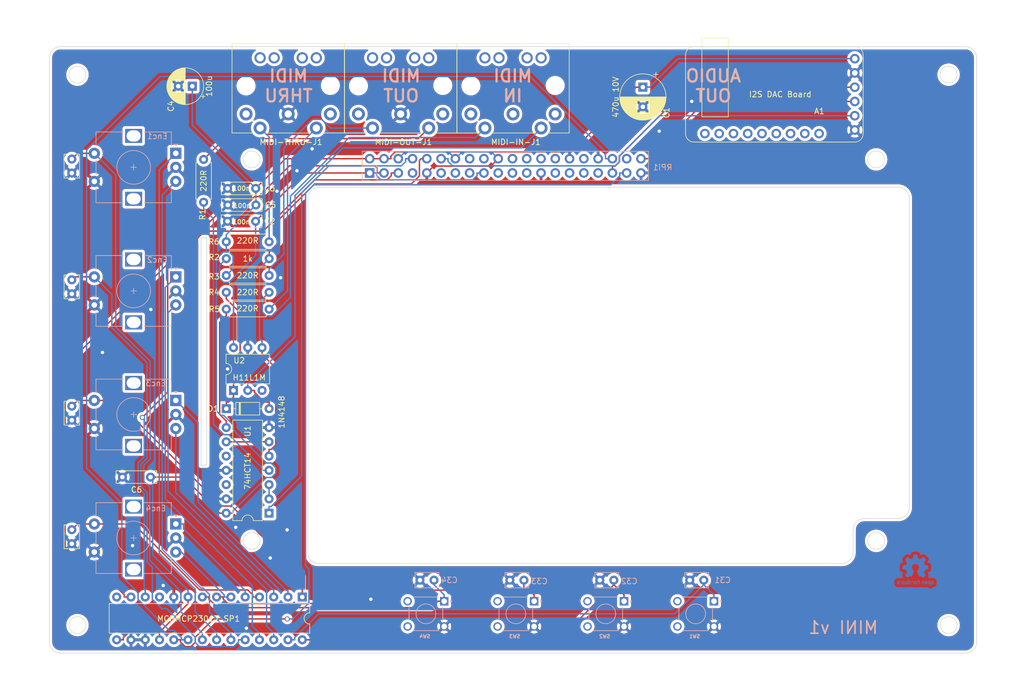
<source format=kicad_pcb>
(kicad_pcb (version 20211014) (generator pcbnew)
  (title_block (date "01/03/2024"))
  (layers (0 "F.Cu" signal) (31 "B.Cu" signal) (34 "B.Paste" user) (35 "F.Paste" user) (36 "B.SilkS" user "B.Silkscreen") (37 "F.SilkS" user "F.Silkscreen") (38 "B.Mask" user) (39 "F.Mask" user) (44 "Edge.Cuts" user))
  (net 0 "")
  (net 1 "I2S_AUDIO_OUT_DATA")
  (net 2 "+5V")
  (net 3 "GND")
  (net 9 "ENC-SW-1")
  (net 10 "ENC-SW-2")
  (net 15 "ENC-SW-3")
  (net 16 "ENC-SW-4")
  (net 17 "ENC-A-1")
  (net 18 "ENC-B-1")
  (net 19 "ENC-A-2")
  (net 20 "ENC-B-2")
  (net 21 "+3.3V")
  (net 22 "ENC-A-3")
  (net 23 "ENC-B-3")
  (net 24 "ENC-A-4")
  (net 25 "I2S_BCLK")
  (net 26 "ENC-B-4")
  (net 27 "I2S_LRCLK")
  (net 28 "SWITCH-3")
  (net 29 "SWITCH-4")
  (net 31 "SCK")
  (net 32 "SDA")
  (net 34 "INTB")
  (net 35 "INTA")
  (net 36 "SWITCH-1")
  (net 37 "Net-(D1-Pad2)")
  (net 38 "Net-(D1-Pad1)")
  (net 39 "SWITCH-2")
  (net 43 "Net-(MIDI-IN-J1-Pad4)")
  (net 46 "Net-(MIDI-OUT-J1-Pad4)")
  (net 47 "Net-(R5-Pad2)")
  (net 48 "Net-(MIDI-OUT-J1-Pad5)")
  (net 49 "Net-(MIDI-THRU-J1-Pad5)")
  (net 50 "Net-(MIDI-THRU-J1-Pad4)")
  (net 51 "Net-(R1-Pad2)")
  (net 52 "Net-(U1-Pad6)")
  (net 55 "Net-(U1-Pad2)")
  (net 58 "MIDI_OUT")
  (net 59 "MIDI_IN")
  (footprint "Capacitor_THT:CP_Radial_D8.0mm_P3.50mm" (layer "F.Cu") (at 129.2043 31.1961 -90)
    (fp_text reference "C1")
    (fp_text value "470u 10V")
  )
  (footprint "Capacitor_THT:C_Rect_L7.0mm_W2.0mm_P5.00mm" (layer "F.Cu") (at 60.3044 55.0786 180)
    (fp_text reference "C2")
    (fp_text value "100n")
  )
  (footprint "Capacitor_THT:C_Rect_L7.0mm_W2.0mm_P5.00mm" (layer "F.Cu") (at 60.3221 49.2286 180)
    (fp_text reference "C3")
    (fp_text value "100n")
  )
  (footprint "Capacitor_THT:CP_Radial_D6.3mm_P2.50mm" (layer "F.Cu") (at 49.0368 31.0286 180)
    (fp_text reference "C4")
    (fp_text value "100u")
  )
  (footprint "Capacitor_THT:C_Rect_L7.0mm_W2.0mm_P5.00mm" (layer "F.Cu") (at 55.3544 52.1786)
    (fp_text reference "C5")
    (fp_text value "100n")
  )
  (footprint "Diode_THT:D_DO-35_SOD27_P7.62mm_Horizontal" (layer "F.Cu") (at 55.0844 88.45)
    (fp_text reference "D1")
    (fp_text value "1N4148")
  )
  (footprint "project-footprints:MultiDIN5" (layer "F.Cu") (at 78.6044 35.9786)
    (fp_text reference "MIDI-OUT-J1")
    (fp_text value "MIDI Out Jack")
  )
  (footprint "project-footprints:MultiDIN5" (layer "F.Cu") (at 98.6044 35.9786)
    (fp_text reference "MIDI-IN-J1")
    (fp_text value "MIDI In Jack")
  )
  (footprint "Resistor_THT:R_Axial_DIN0207_L6.3mm_D2.5mm_P7.62mm_Horizontal" (layer "F.Cu") (at 51.0544 44.0686 -90)
    (fp_text reference "R1")
    (fp_text value "220R")
  )
  (footprint "Resistor_THT:R_Axial_DIN0207_L6.3mm_D2.5mm_P7.62mm_Horizontal" (layer "F.Cu") (at 55.0844 64.7286)
    (fp_text reference "R3")
    (fp_text value "220R")
  )
  (footprint "Resistor_THT:R_Axial_DIN0207_L6.3mm_D2.5mm_P7.62mm_Horizontal" (layer "F.Cu") (at 55.0944 61.7286)
    (fp_text reference "R2")
    (fp_text value "1k")
  )
  (footprint "Resistor_THT:R_Axial_DIN0207_L6.3mm_D2.5mm_P7.62mm_Horizontal" (layer "F.Cu") (at 62.7044 70.7286 180)
    (fp_text reference "R5")
    (fp_text value "220R")
  )
  (footprint "Package_DIP:DIP-6_W7.62mm" (layer "F.Cu") (at 56.3694 85.2 90)
    (fp_text reference "U2")
    (fp_text value "H11L1M")
  )
  (footprint "Package_DIP:DIP-14_W7.62mm" (layer "F.Cu") (at 62.6944 107.05 180)
    (fp_text reference "U1")
    (fp_text value "74HCT14")
  )
  (footprint "Resistor_THT:R_Axial_DIN0207_L6.3mm_D2.5mm_P7.62mm_Horizontal" (layer "F.Cu") (at 62.7044 67.7286 180)
    (fp_text reference "R4")
    (fp_text value "220R")
  )
  (footprint "project-footprints:GY-PCM5102" (layer "F.Cu") (at 152.6044 32.4786 180)
    (fp_text reference "A1")
    (fp_text value "GY-PCM5102")
  )
  (footprint "Capacitor_THT:C_Rect_L4.0mm_W2.5mm_P2.50mm" (layer "F.Cu") (at 27.6021 110 -90)
    (fp_text reference "C22" hide)
    (fp_text value "100n")
  )
  (footprint "Capacitor_THT:C_Rect_L4.0mm_W2.5mm_P2.50mm" (layer "F.Cu") (at 27.6021 65.5 -90)
    (fp_text reference "C16" hide)
    (fp_text value "100n")
  )
  (footprint "Resistor_THT:R_Axial_DIN0207_L6.3mm_D2.5mm_P7.62mm_Horizontal" (layer "F.Cu") (at 55.0844 58.7286)
    (fp_text reference "R6")
    (fp_text value "220R")
  )
  (footprint "project-footprints:MultiDIN5" (layer "F.Cu") (at 58.6044 35.9786)
    (fp_text reference "MIDI-THRU-J1")
    (fp_text value "MIDI Thru Jack")
  )
  (footprint "Package_DIP:DIP-28_W7.62mm" (layer "F.Cu") (at 68.6044 121.9786 -90)
    (fp_text reference "MCPMCP23017_SP1")
    (fp_text value "MCP23017_SP")
  )
  (footprint "Capacitor_THT:C_Rect_L7.0mm_W2.0mm_P5.00mm" (layer "F.Cu") (at 41.6044 100.6286 180)
    (fp_text reference "C6")
    (fp_text value "100n")
  )
  (footprint "Capacitor_THT:C_Rect_L4.0mm_W2.5mm_P2.50mm" (layer "F.Cu") (at 27.6021 88 -90)
    (fp_text reference "C19" hide)
    (fp_text value "100n")
  )
  (footprint "Capacitor_THT:C_Rect_L4.0mm_W2.5mm_P2.50mm" (layer "F.Cu") (at 27.6021 44 -90)
    (fp_text reference "C13" hide)
    (fp_text value "100n")
  )
  (footprint "Connector_PinSocket_2.54mm:PinSocket_2x20_P2.54mm_Vertical" (layer "B.Cu") (at 80.6044 46.4786 -90)
    (fp_text reference "RPi1")
    (fp_text value "RPI Connector")
  )
  (footprint "Symbol:OSHW-Logo2_7.3x6mm_Copper" (layer "B.Cu") (at 177.704378 117.178637 180)
    (fp_text reference "REF**" hide)
    (fp_text value "OSHW-Logo2_7.3x6mm_Copper" hide)
  )
  (footprint "Rotary_Encoder:RotaryEncoder_Alps_EC12E-Switch_Vertical_H20mm" (layer "B.Cu") (at 46.1044 64.9786 180)
    (fp_text reference "Enc2")
    (fp_text value "RotaryEncoder_Switch")
  )
  (footprint "Capacitor_THT:C_Rect_L4.0mm_W2.5mm_P2.50mm" (layer "B.Cu") (at 124.0394 118.9787 180)
    (fp_text reference "C32")
    (fp_text value "100n")
  )
  (footprint "Rotary_Encoder:RotaryEncoder_Alps_EC12E-Switch_Vertical_H20mm" (layer "B.Cu") (at 46.1044 108.9786 180)
    (fp_text reference "Enc4")
    (fp_text value "RotaryEncoder_Switch")
  )
  (footprint "My-Library:Zynthian Logo Mask" (layer "B.Cu") (at 167.204378 123.528637 180)
    (fp_text reference "G***" hide)
    (fp_text value "MINI v1")
  )
  (footprint "Capacitor_THT:C_Rect_L4.0mm_W2.5mm_P2.50mm" (layer "B.Cu") (at 92.0394 118.9787 180)
    (fp_text reference "C34")
    (fp_text value "100n")
  )
  (footprint "Capacitor_THT:C_Rect_L4.0mm_W2.5mm_P2.50mm" (layer "B.Cu") (at 108.0394 118.9787 180)
    (fp_text reference "C33")
    (fp_text value "100n")
  )
  (footprint "project-footprints:push-button" (layer "B.Cu") (at 122.6044 124.9786 180)
    (fp_text reference "SW2")
    (fp_text value "SW_Push")
  )
  (footprint "Rotary_Encoder:RotaryEncoder_Alps_EC12E-Switch_Vertical_H20mm" (layer "B.Cu") (at 46.1044 42.9786 180)
    (fp_text reference "Enc1")
    (fp_text value "RotaryEncoder_Switch")
  )
  (footprint "Capacitor_THT:C_Rect_L4.0mm_W2.5mm_P2.50mm" (layer "B.Cu") (at 140.0394 118.9787 180)
    (fp_text reference "C31")
    (fp_text value "100n")
  )
  (footprint "project-footprints:push-button" (layer "B.Cu") (at 90.6044 124.9786 180)
    (fp_text reference "SW4")
    (fp_text value "SW_Push")
  )
  (footprint "project-footprints:push-button" (layer "B.Cu") (at 138.6044 124.9786 180)
    (fp_text reference "SW1")
    (fp_text value "SW_Push")
  )
  (footprint "Rotary_Encoder:RotaryEncoder_Alps_EC12E-Switch_Vertical_H20mm" (layer "B.Cu") (at 46.1044 86.9786 180)
    (fp_text reference "Enc3")
    (fp_text value "RotaryEncoder_Switch")
  )
  (footprint "project-footprints:push-button" (layer "B.Cu") (at 106.6044 124.9786 180)
    (fp_text reference "SW3")
    (fp_text value "SW_Push")
  )
  (gr_circle (center 59.602109 111.990244) (end 61.102109 111.990244) (layer "Edge.Cuts") (width 0.1) (fill none))
  (gr_line (start 188.604378 129.978637) (end 188.604378 25.978637) (layer "Edge.Cuts") (width 0.1))
  (gr_arc (start 166.602109 110) (mid 167.187895 108.585786) (end 168.602109 108) (layer "Edge.Cuts") (width 0.1))
  (gr_arc (start 69.602109 51) (mid 70.187895 49.585786) (end 71.602109 49) (layer "Edge.Cuts") (width 0.1))
  (gr_arc (start 174.602109 49) (mid 176.016323 49.585786) (end 176.602109 51) (layer "Edge.Cuts") (width 0.1))
  (gr_line (start 166.602109 110) (end 166.602109 114) (layer "Edge.Cuts") (width 0.1))
  (gr_line (start 164.602109 116) (end 71.402109 116) (layer "Edge.Cuts") (width 0.1))
  (gr_arc (start 186.604378 23.978637) (mid 188.018592 24.564423) (end 188.604378 25.978637) (layer "Edge.Cuts") (width 0.1))
  (gr_arc (start 188.604378 129.978637) (mid 188.018592 131.392851) (end 186.604378 131.978637) (layer "Edge.Cuts") (width 0.1))
  (gr_circle (center 183.604378 126.978637) (end 185.104378 126.978637) (layer "Edge.Cuts") (width 0.1) (fill none))
  (gr_arc (start 25.604378 131.978637) (mid 24.190164 131.392851) (end 23.604378 129.978637) (layer "Edge.Cuts") (width 0.1))
  (gr_line (start 69.602109 114.2) (end 69.602109 51) (layer "Edge.Cuts") (width 0.1))
  (gr_line (start 174.602109 108) (end 168.602109 108) (layer "Edge.Cuts") (width 0.1))
  (gr_circle (center 28.604378 28.978637) (end 30.104378 28.978637) (layer "Edge.Cuts") (width 0.1) (fill none))
  (gr_arc (start 166.602109 114) (mid 166.016323 115.414214) (end 164.602109 116) (layer "Edge.Cuts") (width 0.1))
  (gr_circle (center 28.604378 126.978637) (end 30.104378 126.978637) (layer "Edge.Cuts") (width 0.1) (fill none))
  (gr_circle (center 170.711109 111.990244) (end 172.211109 111.990244) (layer "Edge.Cuts") (width 0.1) (fill none))
  (gr_rect (start 50.602109 58) (end 51.602109 98.5) (layer "Edge.Cuts") (width 0.1) (fill none))
  (gr_arc (start 71.402109 116) (mid 70.129317 115.472792) (end 69.602109 114.2) (layer "Edge.Cuts") (width 0.1))
  (gr_line (start 25.604378 131.978637) (end 186.604378 131.978637) (layer "Edge.Cuts") (width 0.1))
  (gr_line (start 71.602109 49) (end 174.602109 49) (layer "Edge.Cuts") (width 0.1))
  (gr_arc (start 23.604378 25.978637) (mid 24.190164 24.564423) (end 25.604378 23.978637) (layer "Edge.Cuts") (width 0.1))
  (gr_circle (center 170.711109 44.060244) (end 172.211109 44.060244) (layer "Edge.Cuts") (width 0.1) (fill none))
  (gr_line (start 23.604378 25.978637) (end 23.604378 129.978637) (layer "Edge.Cuts") (width 0.1))
  (gr_line (start 176.602109 51) (end 176.602109 106) (layer "Edge.Cuts") (width 0.1))
  (gr_circle (center 183.604378 28.978637) (end 185.104378 28.978637) (layer "Edge.Cuts") (width 0.1) (fill none))
  (gr_circle (center 59.602109 44.060244) (end 61.102109 44.060244) (layer "Edge.Cuts") (width 0.1) (fill none))
  (gr_arc (start 176.602109 106) (mid 176.016323 107.414214) (end 174.602109 108) (layer "Edge.Cuts") (width 0.1))
  (gr_line (start 186.604378 23.978637) (end 25.604378 23.978637) (layer "Edge.Cuts") (width 0.1))
  (gr_text "AUDIO\nOUT" (at 141.754378 30.978637) (layer "B.SilkS") (effects (font (size 2.2 2.2) (thickness 0.4)) (justify mirror)))
  (gr_text "MIDI\nIN" (at 106.054378 30.978637) (layer "B.SilkS") (effects (font (size 2.2 2.2) (thickness 0.4)) (justify mirror)))
  (gr_text "MIDI\nOUT" (at 86.204378 30.978637) (layer "B.SilkS") (effects (font (size 2.2 2.2) (thickness 0.4)) (justify mirror)))
  (gr_text "MIDI\nTHRU" (at 66.154378 30.978637) (layer "B.SilkS") (effects (font (size 2.2 2.2) (thickness 0.4)) (justify mirror)))
  (gr_text "1N4148" (at 64.934387 89.050037 90) (layer "F.SilkS") (effects (font (size 1 1))))
  (gr_text "I2S DAC Board" (at 153.654378 32.478637) (layer "F.SilkS") (effects (font (size 1 1))))
  (segment (start 140.2813 33.7486) (end 166.9094 33.7486) (width 0.25) (layer "F.Cu") (net 1))
  (segment (start 128.8644 43.9386) (end 130.0913 43.9386) (width 0.25) (layer "F.Cu") (net 1))
  (segment (start 130.0913 43.9386) (end 140.2813 33.7486) (width 0.25) (layer "F.Cu") (net 1))
  (segment (start 129.2043 31.1961) (end 128.0274 31.1961) (width 0.25) (layer "F.Cu") (net 2))
  (segment (start 35.5844 129.5986) (end 36.7613 129.5986) (width 0.25) (layer "F.Cu") (net 2))
  (segment (start 47.4761 100.6286) (end 53.8975 107.05) (width 0.25) (layer "F.Cu") (net 2))
  (segment (start 83.1444 43.9386) (end 80.6044 43.9386) (width 0.25) (layer "F.Cu") (net 2))
  (segment (start 43.2044 128.4037) (end 37.5904 128.4037) (width 0.25) (layer "F.Cu") (net 2))
  (segment (start 80.6044 43.9386) (end 65.6121 43.9386) (width 0.25) (layer "F.Cu") (net 2))
  (segment (start 65.6121 43.9386) (end 60.3221 49.2286) (width 0.25) (layer "F.Cu") (net 2))
  (segment (start 48.2844 123.1555) (end 43.2044 128.2355) (width 0.25) (layer "F.Cu") (net 2))
  (segment (start 116.5118 42.7117) (end 128.0274 31.1961) (width 0.25) (layer "F.Cu") (net 2))
  (segment (start 48.2844 121.9786) (end 48.2844 123.1555) (width 0.25) (layer "F.Cu") (net 2))
  (segment (start 84.3713 43.4784) (end 85.138 42.7117) (width 0.25) (layer "F.Cu") (net 2))
  (segment (start 84.3713 43.9386) (end 84.3713 43.4784) (width 0.25) (layer "F.Cu") (net 2))
  (segment (start 43.2044 128.4037) (end 43.2044 129.5986) (width 0.25) (layer "F.Cu") (net 2))
  (segment (start 85.138 42.7117) (end 116.5118 42.7117) (width 0.25) (layer "F.Cu") (net 2))
  (segment (start 55.0744 107.05) (end 53.8975 107.05) (width 0.25) (layer "F.Cu") (net 2))
  (segment (start 83.1444 43.9386) (end 84.3713 43.9386) (width 0.25) (layer "F.Cu") (net 2))
  (segment (start 36.7613 129.2328) (end 36.7613 129.5986) (width 0.25) (layer "F.Cu") (net 2))
  (segment (start 37.5904 128.4037) (end 36.7613 129.2328) (width 0.25) (layer "F.Cu") (net 2))
  (segment (start 41.6044 100.6286) (end 47.4761 100.6286) (width 0.25) (layer "F.Cu") (net 2))
  (segment (start 43.2044 128.2355) (end 43.2044 128.4037) (width 0.25) (layer "F.Cu") (net 2))
  (segment (start 56.2613 92.1525) (end 62.2266 98.1178) (width 0.25) (layer "B.Cu") (net 2))
  (segment (start 41.987 101.0112) (end 41.6044 100.6286) (width 0.25) (layer "B.Cu") (net 2))
  (segment (start 54.553 60.5517) (end 53.3315 61.7732) (width 0.25) (layer "B.Cu") (net 2))
  (segment (start 56.2613 91.2818) (end 56.2613 92.1525) (width 0.25) (layer "B.Cu") (net 2))
  (segment (start 55.0844 58.7286) (end 55.0844 60.5517) (width 0.25) (layer "B.Cu") (net 2))
  (segment (start 49.0368 31.0286) (end 49.0368 37.9433) (width 0.25) (layer "B.Cu") (net 2))
  (segment (start 55.0844 57.4486) (end 55.0844 58.7286) (width 0.25) (layer "B.Cu") (net 2))
  (segment (start 53.3315 61.7732) (end 53.3315 88.8301) (width 0.25) (layer "B.Cu") (net 2))
  (segment (start 53.3315 88.8301) (end 54.1283 89.6269) (width 0.25) (layer "B.Cu") (net 2))
  (segment (start 63.8922 98.9568) (end 63.8922 99.9369) (width 0.25) (layer "B.Cu") (net 2))
  (segment (start 60.3544 52.1786) (end 55.0844 57.4486) (width 0.25) (layer "B.Cu") (net 2))
  (segment (start 55.0744 107.05) (end 56.2513 107.05) (width 0.25) (layer "B.Cu") (net 2))
  (segment (start 62.2335 100.7) (end 56.2513 106.6822) (width 0.25) (layer "B.Cu") (net 2))
  (segment (start 63.0532 98.1178) (end 63.8922 98.9568) (width 0.25) (layer "B.Cu") (net 2))
  (segment (start 56.2513 106.6822) (end 56.2513 107.05) (width 0.25) (layer "B.Cu") (net 2))
  (segment (start 41.987 114.5043) (end 41.987 101.0112) (width 0.25) (layer "B.Cu") (net 2))
  (segment (start 55.0844 60.5517) (end 54.553 60.5517) (width 0.25) (layer "B.Cu") (net 2))
  (segment (start 56.2818 61.2252) (end 56.2818 63.5312) (width 0.25) (layer "B.Cu") (net 2))
  (segment (start 54.1283 89.6269) (end 54.6064 89.6269) (width 0.25) (layer "B.Cu") (net 2))
  (segment (start 55.0844 60.5517) (end 55.6083 60.5517) (width 0.25) (layer "B.Cu") (net 2))
  (segment (start 48.2844 120.8017) (end 41.987 114.5043) (width 0.25) (layer "B.Cu") (net 2))
  (segment (start 130.3812 31.1961) (end 135.4487 26.1286) (width 0.25) (layer "B.Cu") (net 2))
  (segment (start 63.8922 99.9369) (end 63.1291 100.7) (width 0.25) (layer "B.Cu") (net 2))
  (segment (start 62.2266 98.1178) (end 63.0532 98.1178) (width 0.25) (layer "B.Cu") (net 2))
  (segment (start 48.2844 121.9786) (end 48.2844 120.8017) (width 0.25) (layer "B.Cu") (net 2))
  (segment (start 63.1291 100.7) (end 62.2335 100.7) (width 0.25) (layer "B.Cu") (net 2))
  (segment (start 60.3544 49.2609) (end 60.3544 52.1786) (width 0.25) (layer "B.Cu") (net 2))
  (segment (start 54.6064 89.6269) (end 56.2613 91.2818) (width 0.25) (layer "B.Cu") (net 2))
  (segment (start 60.3221 49.2286) (end 60.3544 49.2609) (width 0.25) (layer "B.Cu") (net 2))
  (segment (start 129.2043 31.1961) (end 130.3812 31.1961) (width 0.25) (layer "B.Cu") (net 2))
  (segment (start 56.2818 63.5312) (end 55.0844 64.7286) (width 0.25) (layer "B.Cu") (net 2))
  (segment (start 49.0368 37.9433) (end 60.3221 49.2286) (width 0.25) (layer "B.Cu") (net 2))
  (segment (start 135.4487 26.1286) (end 166.9094 26.1286) (width 0.25) (layer "B.Cu") (net 2))
  (segment (start 55.6083 60.5517) (end 56.2818 61.2252) (width 0.25) (layer "B.Cu") (net 2))
  (segment (start 103.4644 43.9386) (end 102.1494 45.2536) (width 0.25) (layer "F.Cu") (net 3))
  (segment (start 91.9894 45.2536) (end 90.7644 46.4786) (width 0.25) (layer "F.Cu") (net 3))
  (segment (start 102.1494 45.2536) (end 91.9894 45.2536) (width 0.25) (layer "F.Cu") (net 3))
  (via (at 55.304378 81.378637) (size 0.9) (drill 0.6) (layers "F.Cu" "B.Cu") (net 3))
  (via (at 33.054378 78.428637) (size 0.9) (drill 0.6) (layers "F.Cu" "B.Cu") (net 3))
  (via (at 80.804378 122.378637) (size 0.9) (drill 0.6) (layers "F.Cu" "B.Cu") (net 3))
  (via (at 41.654378 70.778637) (size 0.9) (drill 0.6) (layers "F.Cu" "B.Cu") (net 3))
  (via (at 132.104378 39.028637) (size 0.9) (drill 0.6) (layers "F.Cu" "B.Cu") (net 3))
  (via (at 62.904378 115.028637) (size 0.9) (drill 0.6) (layers "F.Cu" "B.Cu") (net 3))
  (via (at 137.904378 33.728637) (size 0.9) (drill 0.6) (layers "F.Cu" "B.Cu") (net 3))
  (via (at 64.754378 65.128637) (size 0.9) (drill 0.6) (layers "F.Cu" "B.Cu") (net 3))
  (via (at 56.754378 109.578637) (size 0.9) (drill 0.6) (layers "F.Cu" "B.Cu") (net 3))
  (via (at 70.354378 42.178637) (size 0.9) (drill 0.6) (layers "F.Cu" "B.Cu") (net 3))
  (via (at 64.104378 49.728637) (size 0.9) (drill 0.6) (layers "F.Cu" "B.Cu") (net 3))
  (via (at 58.654378 127.528637) (size 0.9) (drill 0.6) (layers "F.Cu" "B.Cu") (net 3))
  (via (at 38.404378 112.828637) (size 0.9) (drill 0.6) (layers "F.Cu" "B.Cu") (net 3))
  (via (at 43.854378 119.928637) (size 0.9) (drill 0.6) (layers "F.Cu" "B.Cu") (net 3))
  (via (at 65.904378 110.028637) (size 0.9) (drill 0.6) (layers "F.Cu" "B.Cu") (net 3))
  (via (at 67.654378 46.078637) (size 0.9) (drill 0.6) (layers "F.Cu" "B.Cu") (net 3))
  (segment (start 102.2394 42.7136) (end 97.0694 42.7136) (width 0.25) (layer "B.Cu") (net 3))
  (segment (start 103.4644 43.9386) (end 102.2394 42.7136) (width 0.25) (layer "B.Cu") (net 3))
  (segment (start 97.0694 42.7136) (end 95.8444 43.9386) (width 0.25) (layer "B.Cu") (net 3))
  (segment (start 86.9094 42.7136) (end 85.6844 43.9386) (width 0.25) (layer "B.Cu") (net 3))
  (segment (start 94.6194 42.7136) (end 86.9094 42.7136) (width 0.25) (layer "B.Cu") (net 3))
  (segment (start 95.8444 43.9386) (end 94.6194 42.7136) (width 0.25) (layer "B.Cu") (net 3))
  (segment (start 28.6235 42.9786) (end 27.6021 44) (width 0.25) (layer "F.Cu") (net 9))
  (segment (start 31.6044 42.9786) (end 28.6235 42.9786) (width 0.25) (layer "F.Cu") (net 9))
  (segment (start 41.5439 97.4076) (end 41.5439 80.0067) (width 0.25) (layer "B.Cu") (net 9))
  (segment (start 35.4272 73.89) (end 35.4272 46.8014) (width 0.25) (layer "B.Cu") (net 9))
  (segment (start 40.4203 98.5312) (end 41.5439 97.4076) (width 0.25) (layer "B.Cu") (net 9))
  (segment (start 50.8244 128.4217) (end 47.0144 124.6117) (width 0.25) (layer "B.Cu") (net 9))
  (segment (start 41.4851 115.4633) (end 41.4851 102.4535) (width 0.25) (layer "B.Cu") (net 9))
  (segment (start 40.4203 101.3887) (end 40.4203 98.5312) (width 0.25) (layer "B.Cu") (net 9))
  (segment (start 50.8244 129.5986) (end 50.8244 128.4217) (width 0.25) (layer "B.Cu") (net 9))
  (segment (start 47.0144 124.6117) (end 47.0144 120.9926) (width 0.25) (layer "B.Cu") (net 9))
  (segment (start 41.4851 102.4535) (end 40.4203 101.3887) (width 0.25) (layer "B.Cu") (net 9))
  (segment (start 35.4272 46.8014) (end 31.6044 42.9786) (width 0.25) (layer "B.Cu") (net 9))
  (segment (start 41.5439 80.0067) (end 35.4272 73.89) (width 0.25) (layer "B.Cu") (net 9))
  (segment (start 47.0144 120.9926) (end 41.4851 115.4633) (width 0.25) (layer "B.Cu") (net 9))
  (segment (start 28.1235 64.9786) (end 27.6021 65.5) (width 0.25) (layer "F.Cu") (net 10))
  (segment (start 31.6044 64.9786) (end 28.1235 64.9786) (width 0.25) (layer "F.Cu") (net 10))
  (segment (start 56.4429 130.789) (end 57.2675 129.9644) (width 0.25) (layer "B.Cu") (net 10))
  (segment (start 34.7223 74.0197) (end 40.9875 80.2849) (width 0.25) (layer "B.Cu") (net 10))
  (segment (start 49.5544 130.0539) (end 50.2895 130.789) (width 0.25) (layer "B.Cu") (net 10))
  (segment (start 39.9184 98.3215) (end 39.9184 102.3063) (width 0.25) (layer "B.Cu") (net 10))
  (segment (start 50.2895 130.789) (end 56.4429 130.789) (width 0.25) (layer "B.Cu") (net 10))
  (segment (start 57.2675 129.9644) (end 57.2675 129.5986) (width 0.25) (layer "B.Cu") (net 10))
  (segment (start 40.9832 103.3711) (end 40.9832 115.7454) (width 0.25) (layer "B.Cu") (net 10))
  (segment (start 44.4588 124.0324) (end 49.5544 129.128) (width 0.25) (layer "B.Cu") (net 10))
  (segment (start 43.5809 124.0324) (end 44.4588 124.0324) (width 0.25) (layer "B.Cu") (net 10))
  (segment (start 41.9344 116.6966) (end 41.9344 122.3859) (width 0.25) (layer "B.Cu") (net 10))
  (segment (start 40.9832 115.7454) (end 41.9344 116.6966) (width 0.25) (layer "B.Cu") (net 10))
  (segment (start 34.7223 68.0965) (end 34.7223 74.0197) (width 0.25) (layer "B.Cu") (net 10))
  (segment (start 41.9344 122.3859) (end 43.5809 124.0324) (width 0.25) (layer "B.Cu") (net 10))
  (segment (start 39.9184 102.3063) (end 40.9832 103.3711) (width 0.25) (layer "B.Cu") (net 10))
  (segment (start 31.6044 64.9786) (end 34.7223 68.0965) (width 0.25) (layer "B.Cu") (net 10))
  (segment (start 40.9875 97.2524) (end 39.9184 98.3215) (width 0.25) (layer "B.Cu") (net 10))
  (segment (start 58.4444 129.5986) (end 57.2675 129.5986) (width 0.25) (layer "B.Cu") (net 10))
  (segment (start 49.5544 129.128) (end 49.5544 130.0539) (width 0.25) (layer "B.Cu") (net 10))
  (segment (start 40.9875 80.2849) (end 40.9875 97.2524) (width 0.25) (layer "B.Cu") (net 10))
  (segment (start 54.2439 105.78) (end 56.0443 105.78) (width 0.25) (layer "F.Cu") (net 15))
  (segment (start 35.4425 86.9786) (end 54.2439 105.78) (width 0.25) (layer "F.Cu") (net 15))
  (segment (start 68.6044 118.3401) (end 68.6044 121.9786) (width 0.25) (layer "F.Cu") (net 15))
  (segment (start 56.0443 105.78) (end 68.6044 118.3401) (width 0.25) (layer "F.Cu") (net 15))
  (segment (start 28.6235 86.9786) (end 31.6044 86.9786) (width 0.25) (layer "F.Cu") (net 15))
  (segment (start 31.6044 86.9786) (end 35.4425 86.9786) (width 0.25) (layer "F.Cu") (net 15))
  (segment (start 27.6021 88) (end 28.6235 86.9786) (width 0.25) (layer "F.Cu") (net 15))
  (segment (start 31.6044 108.9786) (end 28.6235 108.9786) (width 0.25) (layer "F.Cu") (net 16))
  (segment (start 38.6134 108.9786) (end 31.6044 108.9786) (width 0.25) (layer "F.Cu") (net 16))
  (segment (start 59.8075 121.6128) (end 58.9186 120.7239) (width 0.25) (layer "F.Cu") (net 16))
  (segment (start 60.9844 121.9786) (end 59.8075 121.9786) (width 0.25) (layer "F.Cu") (net 16))
  (segment (start 50.3587 120.7239) (end 38.6134 108.9786) (width 0.25) (layer "F.Cu") (net 16))
  (segment (start 28.6235 108.9786) (end 27.6021 110) (width 0.25) (layer "F.Cu") (net 16))
  (segment (start 58.9186 120.7239) (end 50.3587 120.7239) (width 0.25) (layer "F.Cu") (net 16))
  (segment (start 59.8075 121.9786) (end 59.8075 121.6128) (width 0.25) (layer "F.Cu") (net 16))
  (segment (start 49.5544 124.6117) (end 53.3644 128.4217) (width 0.25) (layer "B.Cu") (net 17))
  (segment (start 53.3644 129.5986) (end 53.3644 128.4217) (width 0.25) (layer "B.Cu") (net 17))
  (segment (start 46.1044 42.9786) (end 43.1587 45.9243) (width 0.25) (layer "B.Cu") (net 17))
  (segment (start 49.5544 120.5865) (end 49.5544 124.6117) (width 0.25) (layer "B.Cu") (net 17))
  (segment (start 43.1587 114.1908) (end 49.5544 120.5865) (width 0.25) (layer "B.Cu") (net 17))
  (segment (start 43.1587 45.9243) (end 43.1587 114.1908) (width 0.25) (layer "B.Cu") (net 17))
  (segment (start 50.5613 120.3865) (end 43.6841 113.5093) (width 0.25) (layer "B.Cu") (net 18))
  (segment (start 52.0944 124.6117) (end 52.0944 121.53) (width 0.25) (layer "B.Cu") (net 18))
  (segment (start 55.9044 129.5986) (end 55.9044 128.4217) (width 0.25) (layer "B.Cu") (net 18))
  (segment (start 43.6841 50.3989) (end 46.1044 47.9786) (width 0.25) (layer "B.Cu") (net 18))
  (segment (start 50.9509 120.3865) (end 50.5613 120.3865) (width 0.25) (layer "B.Cu") (net 18))
  (segment (start 52.0944 121.53) (end 50.9509 120.3865) (width 0.25) (layer "B.Cu") (net 18))
  (segment (start 43.6841 113.5093) (end 43.6841 50.3989) (width 0.25) (layer "B.Cu") (net 18))
  (segment (start 55.9044 128.4217) (end 52.0944 124.6117) (width 0.25) (layer "B.Cu") (net 18))
  (segment (start 44.2247 104.4682) (end 59.7143 119.9578) (width 0.25) (layer "B.Cu") (net 19))
  (segment (start 44.2247 66.8583) (end 44.2247 104.4682) (width 0.25) (layer "B.Cu") (net 19))
  (segment (start 59.7143 119.9578) (end 59.7143 127.1516) (width 0.25) (layer "B.Cu") (net 19))
  (segment (start 59.7143 127.1516) (end 60.9844 128.4217) (width 0.25) (layer "B.Cu") (net 19))
  (segment (start 46.1044 64.9786) (end 44.2247 66.8583) (width 0.25) (layer "B.Cu") (net 19))
  (segment (start 60.9844 129.5986) (end 60.9844 128.4217) (width 0.25) (layer "B.Cu") (net 19))
  (segment (start 44.7266 103.1347) (end 44.7266 71.3564) (width 0.25) (layer "B.Cu") (net 20))
  (segment (start 63.5244 128.4217) (end 62.2544 127.1517) (width 0.25) (layer "B.Cu") (net 20))
  (segment (start 62.2544 120.6625) (end 44.7266 103.1347) (width 0.25) (layer "B.Cu") (net 20))
  (segment (start 62.2544 127.1517) (end 62.2544 120.6625) (width 0.25) (layer "B.Cu") (net 20))
  (segment (start 63.5244 129.5986) (end 63.5244 128.4217) (width 0.25) (layer "B.Cu") (net 20))
  (segment (start 44.7266 71.3564) (end 46.1044 69.9786) (width 0.25) (layer "B.Cu") (net 20))
  (segment (start 68.9044 46.4786) (end 80.6044 46.4786) (width 0.25) (layer "F.Cu") (net 21))
  (segment (start 60.3044 55.0786) (end 68.9044 46.4786) (width 0.25) (layer "F.Cu") (net 21))
  (segment (start 53.8712 65.2087) (end 53.8712 62.9518) (width 0.25) (layer "B.Cu") (net 21))
  (segment (start 99.6975 46.4786) (end 99.6975 46.9387) (width 0.25) (layer "B.Cu") (net 21))
  (segment (start 81.8313 46.9388) (end 81.8313 46.4786) (width 0.25) (layer "B.Cu") (net 21))
  (segment (start 55.5453 65.9453) (end 54.6078 65.9453) (width 0.25) (layer "B.Cu") (net 21))
  (segment (start 56.3694 77.58) (end 56.3694 66.7694) (width 0.25) (layer "B.Cu") (net 21))
  (segment (start 56.3694 66.7694) (end 55.5453 65.9453) (width 0.25) (layer "B.Cu") (net 21))
  (segment (start 60.3044 55.0786) (end 60.3044 61.1862) (width 0.25) (layer "B.Cu") (net 21))
  (segment (start 53.8712 62.9518) (end 55.0944 61.7286) (width 0.25) (layer "B.Cu") (net 21))
  (segment (start 82.598 47.7055) (end 81.8313 46.9388) (width 0.25) (layer "B.Cu") (net 21))
  (segment (start 54.6078 65.9453) (end 53.8712 65.2087) (width 0.25) (layer "B.Cu") (net 21))
  (segment (start 100.9244 46.4786) (end 99.6975 46.4786) (width 0.25) (layer "B.Cu") (net 21))
  (segment (start 99.6975 46.9387) (end 98.9307 47.7055) (width 0.25) (layer "B.Cu") (net 21))
  (segment (start 98.9307 47.7055) (end 82.598 47.7055) (width 0.25) (layer "B.Cu") (net 21))
  (segment (start 80.6044 46.4786) (end 81.8313 46.4786) (width 0.25) (layer "B.Cu") (net 21))
  (segment (start 60.3044 61.1862) (end 55.5453 65.9453) (width 0.25) (layer "B.Cu") (net 21))
  (segment (start 66.0644 120.8017) (end 65.761 120.8017) (width 0.25) (layer "B.Cu") (net 22))
  (segment (start 50.0626 105.1033) (end 50.0626 90.9368) (width 0.25) (layer "B.Cu") (net 22))
  (segment (start 65.761 120.8017) (end 50.0626 105.1033) (width 0.25) (layer "B.Cu") (net 22))
  (segment (start 50.0626 90.9368) (end 46.1044 86.9786) (width 0.25) (layer "B.Cu") (net 22))
  (segment (start 66.0644 121.9786) (end 66.0644 120.8017) (width 0.25) (layer "B.Cu") (net 22))
  (segment (start 63.5244 120.8017) (end 46.1044 103.3817) (width 0.25) (layer "B.Cu") (net 23))
  (segment (start 46.1044 103.3817) (end 46.1044 91.9786) (width 0.25) (layer "B.Cu") (net 23))
  (segment (start 63.5244 121.9786) (end 63.5244 120.8017) (width 0.25) (layer "B.Cu") (net 23))
  (segment (start 58.4444 121.9786) (end 58.4444 120.8017) (width 0.25) (layer "B.Cu") (net 24))
  (segment (start 46.1044 108.9786) (end 47.4813 108.9786) (width 0.25) (layer "B.Cu") (net 24))
  (segment (start 47.4813 108.9786) (end 47.4813 109.8386) (width 0.25) (layer "B.Cu") (net 24))
  (segment (start 47.4813 109.8386) (end 58.4444 120.8017) (width 0.25) (layer "B.Cu") (net 24))
  (segment (start 125.0544 44.4835) (end 125.0544 43.4144) (width 0.25) (layer "B.Cu") (net 25))
  (segment (start 124.3293 45.2086) (end 125.0544 44.4835) (width 0.25) (layer "B.Cu") (net 25))
  (segment (start 93.3044 43.9386) (end 94.5313 43.9386) (width 0.25) (layer "B.Cu") (net 25))
  (segment (start 94.5313 43.9386) (end 94.5313 44.3987) (width 0.25) (layer "B.Cu") (net 25))
  (segment (start 95.3412 45.2086) (end 124.3293 45.2086) (width 0.25) (layer "B.Cu") (net 25))
  (segment (start 94.5313 44.3987) (end 95.3412 45.2086) (width 0.25) (layer "B.Cu") (net 25))
  (segment (start 125.0544 43.4144) (end 132.1802 36.2886) (width 0.25) (layer "B.Cu") (net 25))
  (segment (start 132.1802 36.2886) (end 166.9094 36.2886) (width 0.25) (layer "B.Cu") (net 25))
  (segment (start 54.7275 121.6128) (end 54.7275 121.9786) (width 0.25) (layer "B.Cu") (net 26))
  (segment (start 47.0933 113.9786) (end 54.7275 121.6128) (width 0.25) (layer "B.Cu") (net 26))
  (segment (start 46.1044 113.9786) (end 47.0933 113.9786) (width 0.25) (layer "B.Cu") (net 26))
  (segment (start 55.9044 121.9786) (end 54.7275 121.9786) (width 0.25) (layer "B.Cu") (net 26))
  (segment (start 123.7844 46.4786) (end 123.7844 45.2517) (width 0.25) (layer "F.Cu") (net 27))
  (segment (start 125.0113 44.485) (end 125.0113 43.5016) (width 0.25) (layer "F.Cu") (net 27))
  (segment (start 137.3043 31.2086) (end 166.9094 31.2086) (width 0.25) (layer "F.Cu") (net 27))
  (segment (start 125.0113 43.5016) (end 137.3043 31.2086) (width 0.25) (layer "F.Cu") (net 27))
  (segment (start 123.7844 45.2517) (end 124.2446 45.2517) (width 0.25) (layer "F.Cu") (net 27))
  (segment (start 124.2446 45.2517) (end 125.0113 44.485) (width 0.25) (layer "F.Cu") (net 27))
  (segment (start 109.8544 121.6027) (end 109.0049 120.7532) (width 0.25) (layer "F.Cu") (net 28))
  (segment (start 108.0394 120.7532) (end 74.5306 120.7532) (width 0.25) (layer "F.Cu") (net 28))
  (segment (start 53.3644 121.9786) (end 54.5413 121.9786) (width 0.25) (layer "F.Cu") (net 28))
  (segment (start 54.5413 122.3444) (end 54.5413 121.9786) (width 0.25) (layer "F.Cu") (net 28))
  (segment (start 55.3524 123.1555) (end 54.5413 122.3444) (width 0.25) (layer "F.Cu") (net 28))
  (segment (start 74.5306 120.7532) (end 72.1283 123.1555) (width 0.25) (layer "F.Cu") (net 28))
  (segment (start 108.0394 120.7532) (end 108.0394 118.9787) (width 0.25) (layer "F.Cu") (net 28))
  (segment (start 109.0049 120.7532) (end 108.0394 120.7532) (width 0.25) (layer "F.Cu") (net 28))
  (segment (start 72.1283 123.1555) (end 55.3524 123.1555) (width 0.25) (layer "F.Cu") (net 28))
  (segment (start 109.8544 122.7286) (end 109.8544 121.6027) (width 0.25) (layer "F.Cu") (net 28))
  (segment (start 52.0013 122.3444) (end 52.0013 121.9786) (width 0.25) (layer "F.Cu") (net 29))
  (segment (start 92.7285 122.7286) (end 91.58 123.8771) (width 0.25) (layer "F.Cu") (net 29))
  (segment (start 93.8544 122.7286) (end 92.7285 122.7286) (width 0.25) (layer "F.Cu") (net 29))
  (segment (start 50.8244 121.9786) (end 52.0013 121.9786) (width 0.25) (layer "F.Cu") (net 29))
  (segment (start 91.58 123.8771) (end 53.534 123.8771) (width 0.25) (layer "F.Cu") (net 29))
  (segment (start 53.534 123.8771) (end 52.0013 122.3444) (width 0.25) (layer "F.Cu") (net 29))
  (segment (start 93.8544 122.7286) (end 93.8544 121.6027) (width 0.25) (layer "B.Cu") (net 29))
  (segment (start 92.0394 119.7877) (end 92.0394 118.9787) (width 0.25) (layer "B.Cu") (net 29))
  (segment (start 93.8544 121.6027) (end 92.0394 119.7877) (width 0.25) (layer "B.Cu") (net 29))
  (segment (start 44.658 63.395) (end 44.658 85.504) (width 0.25) (layer "F.Cu") (net 31))
  (segment (start 83.6908 47.7055) (end 70.7866 47.7055) (width 0.25) (layer "F.Cu") (net 31))
  (segment (start 84.4575 46.4786) (end 84.4575 46.9388) (width 0.25) (layer "F.Cu") (net 31))
  (segment (start 61.6611 56.831) (end 51.222 56.831) (width 0.25) (layer "F.Cu") (net 31))
  (segment (start 44.658 85.504) (end 40.1577 90.0043) (width 0.25) (layer "F.Cu") (net 31))
  (segment (start 51.222 56.831) (end 44.658 63.395) (width 0.25) (layer "F.Cu") (net 31))
  (segment (start 84.4575 46.9388) (end 83.6908 47.7055) (width 0.25) (layer "F.Cu") (net 31))
  (segment (start 85.6844 46.4786) (end 84.4575 46.4786) (width 0.25) (layer "F.Cu") (net 31))
  (segment (start 70.7866 47.7055) (end 61.6611 56.831) (width 0.25) (layer "F.Cu") (net 31))
  (via (at 40.1577 90.0043) (size 0.9) (drill 0.6) (layers "F.Cu" "B.Cu") (net 31))
  (segment (start 40.4813 97.0066) (end 40.4813 90.3279) (width 0.25) (layer "B.Cu") (net 31))
  (segment (start 40.6644 121.9786) (end 40.6644 120.8017) (width 0.25) (layer "B.Cu") (net 31))
  (segment (start 40.4813 90.3279) (end 40.1577 90.0043) (width 0.25) (layer "B.Cu") (net 31))
  (segment (start 39.4165 102.5141) (end 39.4165 98.0714) (width 0.25) (layer "B.Cu") (net 31))
  (segment (start 39.4165 98.0714) (end 40.4813 97.0066) (width 0.25) (layer "B.Cu") (net 31))
  (segment (start 40.6644 120.8017) (end 40.4813 120.6186) (width 0.25) (layer "B.Cu") (net 31))
  (segment (start 40.4813 120.6186) (end 40.4813 103.5789) (width 0.25) (layer "B.Cu") (net 31))
  (segment (start 40.4813 103.5789) (end 39.4165 102.5141) (width 0.25) (layer "B.Cu") (net 31))
  (segment (start 33.3276 119.9658) (end 35.3005 119.9658) (width 0.25) (layer "F.Cu") (net 32))
  (segment (start 57.1838 53.6235) (end 53.6967 53.6235) (width 0.25) (layer "F.Cu") (net 32))
  (segment (start 66.3179 45.2086) (end 60.8229 50.7036) (width 0.25) (layer "F.Cu") (net 32))
  (segment (start 60.1037 50.7036) (end 57.1838 53.6235) (width 0.25) (layer "F.Cu") (net 32))
  (segment (start 60.8229 50.7036) (end 60.1037 50.7036) (width 0.25) (layer "F.Cu") (net 32))
  (segment (start 83.1444 46.4786) (end 81.9175 46.4786) (width 0.25) (layer "F.Cu") (net 32))
  (segment (start 81.9175 45.5584) (end 81.5677 45.2086) (width 0.25) (layer "F.Cu") (net 32))
  (segment (start 38.1244 121.9786) (end 36.9475 121.9786) (width 0.25) (layer "F.Cu") (net 32))
  (segment (start 26.4003 80.9199) (end 26.4003 113.0385) (width 0.25) (layer "F.Cu") (net 32))
  (segment (start 36.9475 121.6128) (end 36.9475 121.9786) (width 0.25) (layer "F.Cu") (net 32))
  (segment (start 26.4003 113.0385) (end 33.3276 119.9658) (width 0.25) (layer "F.Cu") (net 32))
  (segment (start 53.6967 53.6235) (end 26.4003 80.9199) (width 0.25) (layer "F.Cu") (net 32))
  (segment (start 81.9175 46.4786) (end 81.9175 45.5584) (width 0.25) (layer "F.Cu") (net 32))
  (segment (start 81.5677 45.2086) (end 66.3179 45.2086) (width 0.25) (layer "F.Cu") (net 32))
  (segment (start 35.3005 119.9658) (end 36.9475 121.6128) (width 0.25) (layer "F.Cu") (net 32))
  (segment (start 47.7607 130.8058) (end 48.7871 130.8058) (width 0.25) (layer "F.Cu") (net 34))
  (segment (start 49.5544 129.1428) (end 52.8087 125.8885) (width 0.25) (layer "F.Cu") (net 34))
  (segment (start 48.7871 130.8058) (end 49.5544 130.0385) (width 0.25) (layer "F.Cu") (net 34))
  (segment (start 45.7444 129.5986) (end 46.9213 129.5986) (width 0.25) (layer "F.Cu") (net 34))
  (segment (start 46.9213 129.9664) (end 47.7607 130.8058) (width 0.25) (layer "F.Cu") (net 34))
  (segment (start 49.5544 130.0385) (end 49.5544 129.1428) (width 0.25) (layer "F.Cu") (net 34))
  (segment (start 52.8087 125.8885) (end 65.921 125.8885) (width 0.25) (layer "F.Cu") (net 34))
  (segment (start 46.9213 129.5986) (end 46.9213 129.9664) (width 0.25) (layer "F.Cu") (net 34))
  (via (at 65.921 125.8885) (size 0.9) (drill 0.6) (layers "F.Cu" "B.Cu") (net 34))
  (segment (start 69.1894 116.3936) (end 69.1894 50.0573) (width 0.25) (layer "B.Cu") (net 34))
  (segment (start 66.9235 125.8885) (end 69.7813 123.0307) (width 0.25) (layer "B.Cu") (net 34))
  (segment (start 126.3244 46.4786) (end 125.0975 46.4786) (width 0.25) (layer "B.Cu") (net 34))
  (segment (start 69.7813 123.0307) (end 69.7813 116.9855) (width 0.25) (layer "B.Cu") (net 34))
  (segment (start 123.4923 48.5922) (end 125.0975 46.987) (width 0.25) (layer "B.Cu") (net 34))
  (segment (start 65.921 125.8885) (end 66.9235 125.8885) (width 0.25) (layer "B.Cu") (net 34))
  (segment (start 70.6545 48.5922) (end 123.4923 48.5922) (width 0.25) (layer "B.Cu") (net 34))
  (segment (start 69.7813 116.9855) (end 69.1894 116.3936) (width 0.25) (layer "B.Cu") (net 34))
  (segment (start 125.0975 46.987) (end 125.0975 46.4786) (width 0.25) (layer "B.Cu") (net 34))
  (segment (start 69.1894 50.0573) (end 70.6545 48.5922) (width 0.25) (layer "B.Cu") (net 34))
  (segment (start 30.2246 42.3966) (end 30.2246 99.0488) (width 0.25) (layer "B.Cu") (net 35))
  (segment (start 39.3944 122.3892) (end 44.9113 127.9061) (width 0.25) (layer "B.Cu") (net 35))
  (segment (start 30.2246 99.0488) (end 36.5121 105.3363) (width 0.25) (layer "B.Cu") (net 35))
  (segment (start 47.1075 129.2328) (end 47.1075 129.5986) (width 0.25) (layer "B.Cu") (net 35))
  (segment (start 48.2844 129.5986) (end 47.1075 129.5986) (width 0.25) (layer "B.Cu") (net 35))
  (segment (start 44.9113 127.9061) (end 45.7808 127.9061) (width 0.25) (layer "B.Cu") (net 35))
  (segment (start 122.5575 42.7117) (end 109.1428 29.297) (width 0.25) (layer "B.Cu") (net 35))
  (segment (start 123.7844 43.9386) (end 122.5575 43.9386) (width 0.25) (layer "B.Cu") (net 35))
  (segment (start 36.5121 105.3363) (end 36.5121 118.3236) (width 0.25) (layer "B.Cu") (net 35))
  (segment (start 39.3944 121.2059) (end 39.3944 122.3892) (width 0.25) (layer "B.Cu") (net 35))
  (segment (start 122.5575 43.9386) (end 122.5575 42.7117) (width 0.25) (layer "B.Cu") (net 35))
  (segment (start 36.5121 118.3236) (end 39.3944 121.2059) (width 0.25) (layer "B.Cu") (net 35))
  (segment (start 45.7808 127.9061) (end 47.1075 129.2328) (width 0.25) (layer "B.Cu") (net 35))
  (segment (start 109.1428 29.297) (end 43.3242 29.297) (width 0.25) (layer "B.Cu") (net 35))
  (segment (start 43.3242 29.297) (end 30.2246 42.3966) (width 0.25) (layer "B.Cu") (net 35))
  (segment (start 140.0394 119.7877) (end 134.8485 124.9786) (width 0.25) (layer "B.Cu") (net 36))
  (segment (start 141.8544 122.7286) (end 141.8544 121.6027) (width 0.25) (layer "B.Cu") (net 36))
  (segment (start 140.0394 119.7877) (end 140.0394 118.9787) (width 0.25) (layer "B.Cu") (net 36))
  (segment (start 71.4955 124.9786) (end 67.2413 129.2328) (width 0.25) (layer "B.Cu") (net 36))
  (segment (start 141.8544 121.6027) (end 140.0394 119.7877) (width 0.25) (layer "B.Cu") (net 36))
  (segment (start 66.0644 129.5986) (end 67.2413 129.5986) (width 0.25) (layer "B.Cu") (net 36))
  (segment (start 67.2413 129.2328) (end 67.2413 129.5986) (width 0.25) (layer "B.Cu") (net 36))
  (segment (start 134.8485 124.9786) (end 71.4955 124.9786) (width 0.25) (layer "B.Cu") (net 36))
  (segment (start 62.7044 88.45) (end 62.7044 87.2731) (width 0.25) (layer "F.Cu") (net 37))
  (segment (start 60.0863 85.2) (end 60.0863 85.516) (width 0.25) (layer "F.Cu") (net 37))
  (segment (start 60.0863 85.516) (end 61.8434 87.2731) (width 0.25) (layer "F.Cu") (net 37))
  (segment (start 58.9094 85.2) (end 60.0863 85.2) (width 0.25) (layer "F.Cu") (net 37))
  (segment (start 61.8434 87.2731) (end 62.7044 87.2731) (width 0.25) (layer "F.Cu") (net 37))
  (segment (start 67.3158 50.5078) (end 75.8191 42.0045) (width 0.25) (layer "B.Cu") (net 37))
  (segment (start 67.3158 75.6167) (end 67.3158 50.5078) (width 0.25) (layer "B.Cu") (net 37))
  (segment (start 75.8191 42.0045) (end 107.5785 42.0045) (width 0.25) (layer "B.Cu") (net 37))
  (segment (start 58.9094 84.0231) (end 67.3158 75.6167) (width 0.25) (layer "B.Cu") (net 37))
  (segment (start 58.9094 85.2) (end 58.9094 84.0231) (width 0.25) (layer "B.Cu") (net 37))
  (segment (start 107.5785 42.0045) (end 111.1044 38.4786) (width 0.25) (layer "B.Cu") (net 37))
  (segment (start 55.4732 87.2731) (end 55.0844 87.2731) (width 0.25) (layer "F.Cu") (net 38))
  (segment (start 55.0844 67.7286) (end 55.0844 68.9055) (width 0.25) (layer "F.Cu") (net 38))
  (segment (start 55.0844 88.45) (end 55.0844 87.2731) (width 0.25) (layer "F.Cu") (net 38))
  (segment (start 56.3694 85.2) (end 56.3694 86.3769) (width 0.25) (layer "F.Cu") (net 38))
  (segment (start 55.0844 68.9055) (end 57.5463 71.3674) (width 0.25) (layer "F.Cu") (net 38))
  (segment (start 56.3694 85.2) (end 56.3694 84.0231) (width 0.25) (layer "F.Cu") (net 38))
  (segment (start 57.5463 71.3674) (end 57.5463 82.8462) (width 0.25) (layer "F.Cu") (net 38))
  (segment (start 56.3694 86.3769) (end 55.4732 87.2731) (width 0.25) (layer "F.Cu") (net 38))
  (segment (start 57.5463 82.8462) (end 56.3694 84.0231) (width 0.25) (layer "F.Cu") (net 38))
  (segment (start 125.8544 122.7286) (end 125.8544 121.6027) (width 0.25) (layer "F.Cu") (net 39))
  (segment (start 114.2285 129.5986) (end 69.7813 129.5986) (width 0.25) (layer "F.Cu") (net 39))
  (segment (start 124.0394 119.7877) (end 124.0394 118.9787) (width 0.25) (layer "F.Cu") (net 39))
  (segment (start 124.0394 119.7877) (end 114.2285 129.5986) (width 0.25) (layer "F.Cu") (net 39))
  (segment (start 68.6044 129.5986) (end 69.7813 129.5986) (width 0.25) (layer "F.Cu") (net 39))
  (segment (start 125.8544 121.6027) (end 124.0394 119.7877) (width 0.25) (layer "F.Cu") (net 39))
  (segment (start 99.4199 40.1631) (end 76.9448 40.1631) (width 0.25) (layer "B.Cu") (net 43))
  (segment (start 66.4898 68.6157) (end 63.1768 71.9287) (width 0.25) (layer "B.Cu") (net 43))
  (segment (start 61.5119 68.9211) (end 62.7044 67.7286) (width 0.25) (layer "B.Cu") (net 43))
  (segment (start 76.9448 40.1631) (end 66.4898 50.6181) (width 0.25) (layer "B.Cu") (net 43))
  (segment (start 101.1044 38.4786) (end 99.4199 40.1631) (width 0.25) (layer "B.Cu") (net 43))
  (segment (start 61.5119 71.232) (end 61.5119 68.9211) (width 0.25) (layer "B.Cu") (net 43))
  (segment (start 66.4898 50.6181) (end 66.4898 68.6157) (width 0.25) (layer "B.Cu") (net 43))
  (segment (start 62.2086 71.9287) (end 61.5119 71.232) (width 0.25) (layer "B.Cu") (net 43))
  (segment (start 63.1768 71.9287) (end 62.2086 71.9287) (width 0.25) (layer "B.Cu") (net 43))
  (segment (start 70.4478 36.9415) (end 65.32 42.0693) (width 0.25) (layer "B.Cu") (net 46))
  (segment (start 81.1044 38.4786) (end 73.6045 38.4786) (width 0.25) (layer "B.Cu") (net 46))
  (segment (start 65.32 60.9361) (end 62.7044 63.5517) (width 0.25) (layer "B.Cu") (net 46))
  (segment (start 65.32 42.0693) (end 65.32 60.9361) (width 0.25) (layer "B.Cu") (net 46))
  (segment (start 72.0674 36.9415) (end 70.4478 36.9415) (width 0.25) (layer "B.Cu") (net 46))
  (segment (start 73.6045 38.4786) (end 72.0674 36.9415) (width 0.25) (layer "B.Cu") (net 46))
  (segment (start 62.7044 64.7286) (end 62.7044 63.5517) (width 0.25) (layer "B.Cu") (net 46))
  (segment (start 55.0844 70.7286) (end 55.0844 71.9055) (width 0.25) (layer "F.Cu") (net 47))
  (segment (start 55.0744 90.6331) (end 53.9075 89.4662) (width 0.25) (layer "F.Cu") (net 47))
  (segment (start 53.9075 73.0824) (end 55.0844 71.9055) (width 0.25) (layer "F.Cu") (net 47))
  (segment (start 53.9075 89.4662) (end 53.9075 73.0824) (width 0.25) (layer "F.Cu") (net 47))
  (segment (start 55.0744 91.81) (end 55.0744 90.6331) (width 0.25) (layer "F.Cu") (net 47))
  (segment (start 89.2176 40.3654) (end 54.7576 40.3654) (width 0.25) (layer "F.Cu") (net 48))
  (segment (start 54.7576 40.3654) (end 51.0544 44.0686) (width 0.25) (layer "F.Cu") (net 48))
  (segment (start 91.1044 38.4786) (end 89.2176 40.3654) (width 0.25) (layer "F.Cu") (net 48))
  (segment (start 71.1044 38.4786) (end 65.9878 43.5952) (width 0.25) (layer "B.Cu") (net 49))
  (segment (start 65.9878 43.5952) (end 65.9878 67.4452) (width 0.25) (layer "B.Cu") (net 49))
  (segment (start 65.9878 67.4452) (end 62.7044 70.7286) (width 0.25) (layer "B.Cu") (net 49))
  (segment (start 61.1044 38.4786) (end 62.7044 40.0786) (width 0.25) (layer "B.Cu") (net 50))
  (segment (start 62.7044 40.0786) (end 62.7044 58.7286) (width 0.25) (layer "B.Cu") (net 50))
  (segment (start 51.0544 51.6886) (end 51.0544 52.8655) (width 0.25) (layer "B.Cu") (net 51))
  (segment (start 54.6782 93.08) (end 52.7993 91.2011) (width 0.25) (layer "B.Cu") (net 51))
  (segment (start 52.7993 91.2011) (end 52.7993 54.6104) (width 0.25) (layer "B.Cu") (net 51))
  (segment (start 61.5175 99.0622) (end 55.5353 93.08) (width 0.25) (layer "B.Cu") (net 51))
  (segment (start 52.7993 54.6104) (end 51.0544 52.8655) (width 0.25) (layer "B.Cu") (net 51))
  (segment (start 55.5353 93.08) (end 54.6782 93.08) (width 0.25) (layer "B.Cu") (net 51))
  (segment (start 62.6944 99.43) (end 61.5175 99.43) (width 0.25) (layer "B.Cu") (net 51))
  (segment (start 61.5175 99.43) (end 61.5175 99.0622) (width 0.25) (layer "B.Cu") (net 51))
  (segment (start 62.6944 94.35) (end 55.0744 94.35) (width 0.25) (layer "F.Cu") (net 52))
  (segment (start 62.6944 104.51) (end 62.6944 101.97) (width 0.25) (layer "B.Cu") (net 55))
  (segment (start 68.4958 100.4395) (end 68.4958 50.0412) (width 0.25) (layer "B.Cu") (net 58))
  (segment (start 62.6944 105.8731) (end 63.0622 105.8731) (width 0.25) (layer "B.Cu") (net 58))
  (segment (start 86.2359 45.2087) (end 86.9975 44.4471) (width 0.25) (layer "B.Cu") (net 58))
  (segment (start 73.3283 45.2087) (end 86.2359 45.2087) (width 0.25) (layer "B.Cu") (net 58))
  (segment (start 68.4958 50.0412) (end 73.3283 45.2087) (width 0.25) (layer "B.Cu") (net 58))
  (segment (start 86.9975 44.4471) (end 86.9975 43.9386) (width 0.25) (layer "B.Cu") (net 58))
  (segment (start 63.0622 105.8731) (end 68.4958 100.4395) (width 0.25) (layer "B.Cu") (net 58))
  (segment (start 88.2244 43.9386) (end 86.9975 43.9386) (width 0.25) (layer "B.Cu") (net 58))
  (segment (start 62.6944 107.05) (end 62.6944 105.8731) (width 0.25) (layer "B.Cu") (net 58))
  (segment (start 61.4494 78.7569) (end 63.8884 81.1959) (width 0.25) (layer "F.Cu") (net 59))
  (segment (start 63.8884 94.8849) (end 63.0602 95.7131) (width 0.25) (layer "F.Cu") (net 59))
  (segment (start 90.7644 43.9386) (end 89.7454 43.9386) (width 0.25) (layer "F.Cu") (net 59))
  (segment (start 70.8163 48.4278) (end 88.0103 48.4278) (width 0.25) (layer "F.Cu") (net 59))
  (segment (start 88.0103 48.4278) (end 89.4513 46.9868) (width 0.25) (layer "F.Cu") (net 59))
  (segment (start 61.4494 77.58) (end 61.4494 78.7569) (width 0.25) (layer "F.Cu") (net 59))
  (segment (start 64.539 58.7271) (end 64.539 54.7051) (width 0.25) (layer "F.Cu") (net 59))
  (segment (start 89.4513 44.2327) (end 89.7454 43.9386) (width 0.25) (layer "F.Cu") (net 59))
  (segment (start 89.4513 46.9868) (end 89.4513 44.2327) (width 0.25) (layer "F.Cu") (net 59))
  (segment (start 62.7144 60.5517) (end 64.539 58.7271) (width 0.25) (layer "F.Cu") (net 59))
  (segment (start 62.7144 61.7286) (end 62.7144 60.5517) (width 0.25) (layer "F.Cu") (net 59))
  (segment (start 63.0602 95.7131) (end 62.6944 95.7131) (width 0.25) (layer "F.Cu") (net 59))
  (segment (start 64.539 54.7051) (end 70.8163 48.4278) (width 0.25) (layer "F.Cu") (net 59))
  (segment (start 62.6944 96.89) (end 62.6944 95.7131) (width 0.25) (layer "F.Cu") (net 59))
  (segment (start 63.8884 81.1959) (end 63.8884 94.8849) (width 0.25) (layer "F.Cu") (net 59))
  (segment (start 61.0017 63.4413) (end 61.0017 75.9554) (width 0.25) (layer "B.Cu") (net 59))
  (segment (start 62.7144 61.7286) (end 61.0017 63.4413) (width 0.25) (layer "B.Cu") (net 59))
  (segment (start 61.4494 77.58) (end 61.4494 76.4031) (width 0.25) (layer "B.Cu") (net 59))
  (segment (start 61.0017 75.9554) (end 61.4494 76.4031) (width 0.25) (layer "B.Cu") (net 59))
  (zone (net 3) (net_name "GND") (layers F&B.Cu) (connect_pads (clearance 0.508)) (min_thickness 0.254) (fill yes (thermal_gap 0.508) (thermal_bridge_width 0.508))
    (polygon (pts (xy 188.604378 131.978637) (xy 23.604378 131.928637) (xy 23.604378 23.978637) (xy 188.604378 23.978637)))
  )
)
</source>
